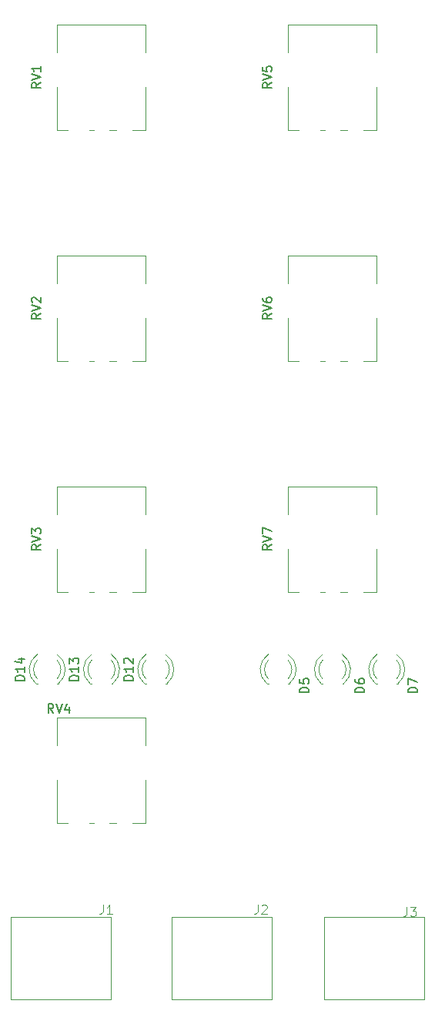
<source format=gbr>
%TF.GenerationSoftware,KiCad,Pcbnew,8.0.7*%
%TF.CreationDate,2025-01-10T16:02:57-05:00*%
%TF.ProjectId,output module,6f757470-7574-4206-9d6f-64756c652e6b,B*%
%TF.SameCoordinates,Original*%
%TF.FileFunction,Legend,Top*%
%TF.FilePolarity,Positive*%
%FSLAX46Y46*%
G04 Gerber Fmt 4.6, Leading zero omitted, Abs format (unit mm)*
G04 Created by KiCad (PCBNEW 8.0.7) date 2025-01-10 16:02:57*
%MOMM*%
%LPD*%
G01*
G04 APERTURE LIST*
%ADD10C,0.150000*%
%ADD11C,0.100000*%
%ADD12C,0.120000*%
G04 APERTURE END LIST*
D10*
X77388819Y-84309238D02*
X76912628Y-84642571D01*
X77388819Y-84880666D02*
X76388819Y-84880666D01*
X76388819Y-84880666D02*
X76388819Y-84499714D01*
X76388819Y-84499714D02*
X76436438Y-84404476D01*
X76436438Y-84404476D02*
X76484057Y-84356857D01*
X76484057Y-84356857D02*
X76579295Y-84309238D01*
X76579295Y-84309238D02*
X76722152Y-84309238D01*
X76722152Y-84309238D02*
X76817390Y-84356857D01*
X76817390Y-84356857D02*
X76865009Y-84404476D01*
X76865009Y-84404476D02*
X76912628Y-84499714D01*
X76912628Y-84499714D02*
X76912628Y-84880666D01*
X76388819Y-84023523D02*
X77388819Y-83690190D01*
X77388819Y-83690190D02*
X76388819Y-83356857D01*
X76484057Y-83071142D02*
X76436438Y-83023523D01*
X76436438Y-83023523D02*
X76388819Y-82928285D01*
X76388819Y-82928285D02*
X76388819Y-82690190D01*
X76388819Y-82690190D02*
X76436438Y-82594952D01*
X76436438Y-82594952D02*
X76484057Y-82547333D01*
X76484057Y-82547333D02*
X76579295Y-82499714D01*
X76579295Y-82499714D02*
X76674533Y-82499714D01*
X76674533Y-82499714D02*
X76817390Y-82547333D01*
X76817390Y-82547333D02*
X77388819Y-83118761D01*
X77388819Y-83118761D02*
X77388819Y-82499714D01*
X102788819Y-84309238D02*
X102312628Y-84642571D01*
X102788819Y-84880666D02*
X101788819Y-84880666D01*
X101788819Y-84880666D02*
X101788819Y-84499714D01*
X101788819Y-84499714D02*
X101836438Y-84404476D01*
X101836438Y-84404476D02*
X101884057Y-84356857D01*
X101884057Y-84356857D02*
X101979295Y-84309238D01*
X101979295Y-84309238D02*
X102122152Y-84309238D01*
X102122152Y-84309238D02*
X102217390Y-84356857D01*
X102217390Y-84356857D02*
X102265009Y-84404476D01*
X102265009Y-84404476D02*
X102312628Y-84499714D01*
X102312628Y-84499714D02*
X102312628Y-84880666D01*
X101788819Y-84023523D02*
X102788819Y-83690190D01*
X102788819Y-83690190D02*
X101788819Y-83356857D01*
X101788819Y-82594952D02*
X101788819Y-82785428D01*
X101788819Y-82785428D02*
X101836438Y-82880666D01*
X101836438Y-82880666D02*
X101884057Y-82928285D01*
X101884057Y-82928285D02*
X102026914Y-83023523D01*
X102026914Y-83023523D02*
X102217390Y-83071142D01*
X102217390Y-83071142D02*
X102598342Y-83071142D01*
X102598342Y-83071142D02*
X102693580Y-83023523D01*
X102693580Y-83023523D02*
X102741200Y-82975904D01*
X102741200Y-82975904D02*
X102788819Y-82880666D01*
X102788819Y-82880666D02*
X102788819Y-82690190D01*
X102788819Y-82690190D02*
X102741200Y-82594952D01*
X102741200Y-82594952D02*
X102693580Y-82547333D01*
X102693580Y-82547333D02*
X102598342Y-82499714D01*
X102598342Y-82499714D02*
X102360247Y-82499714D01*
X102360247Y-82499714D02*
X102265009Y-82547333D01*
X102265009Y-82547333D02*
X102217390Y-82594952D01*
X102217390Y-82594952D02*
X102169771Y-82690190D01*
X102169771Y-82690190D02*
X102169771Y-82880666D01*
X102169771Y-82880666D02*
X102217390Y-82975904D01*
X102217390Y-82975904D02*
X102265009Y-83023523D01*
X102265009Y-83023523D02*
X102360247Y-83071142D01*
X75599819Y-124658285D02*
X74599819Y-124658285D01*
X74599819Y-124658285D02*
X74599819Y-124420190D01*
X74599819Y-124420190D02*
X74647438Y-124277333D01*
X74647438Y-124277333D02*
X74742676Y-124182095D01*
X74742676Y-124182095D02*
X74837914Y-124134476D01*
X74837914Y-124134476D02*
X75028390Y-124086857D01*
X75028390Y-124086857D02*
X75171247Y-124086857D01*
X75171247Y-124086857D02*
X75361723Y-124134476D01*
X75361723Y-124134476D02*
X75456961Y-124182095D01*
X75456961Y-124182095D02*
X75552200Y-124277333D01*
X75552200Y-124277333D02*
X75599819Y-124420190D01*
X75599819Y-124420190D02*
X75599819Y-124658285D01*
X75599819Y-123134476D02*
X75599819Y-123705904D01*
X75599819Y-123420190D02*
X74599819Y-123420190D01*
X74599819Y-123420190D02*
X74742676Y-123515428D01*
X74742676Y-123515428D02*
X74837914Y-123610666D01*
X74837914Y-123610666D02*
X74885533Y-123705904D01*
X74933152Y-122277333D02*
X75599819Y-122277333D01*
X74552200Y-122515428D02*
X75266485Y-122753523D01*
X75266485Y-122753523D02*
X75266485Y-122134476D01*
X77388819Y-58909238D02*
X76912628Y-59242571D01*
X77388819Y-59480666D02*
X76388819Y-59480666D01*
X76388819Y-59480666D02*
X76388819Y-59099714D01*
X76388819Y-59099714D02*
X76436438Y-59004476D01*
X76436438Y-59004476D02*
X76484057Y-58956857D01*
X76484057Y-58956857D02*
X76579295Y-58909238D01*
X76579295Y-58909238D02*
X76722152Y-58909238D01*
X76722152Y-58909238D02*
X76817390Y-58956857D01*
X76817390Y-58956857D02*
X76865009Y-59004476D01*
X76865009Y-59004476D02*
X76912628Y-59099714D01*
X76912628Y-59099714D02*
X76912628Y-59480666D01*
X76388819Y-58623523D02*
X77388819Y-58290190D01*
X77388819Y-58290190D02*
X76388819Y-57956857D01*
X77388819Y-57099714D02*
X77388819Y-57671142D01*
X77388819Y-57385428D02*
X76388819Y-57385428D01*
X76388819Y-57385428D02*
X76531676Y-57480666D01*
X76531676Y-57480666D02*
X76626914Y-57575904D01*
X76626914Y-57575904D02*
X76674533Y-57671142D01*
X81568819Y-124658285D02*
X80568819Y-124658285D01*
X80568819Y-124658285D02*
X80568819Y-124420190D01*
X80568819Y-124420190D02*
X80616438Y-124277333D01*
X80616438Y-124277333D02*
X80711676Y-124182095D01*
X80711676Y-124182095D02*
X80806914Y-124134476D01*
X80806914Y-124134476D02*
X80997390Y-124086857D01*
X80997390Y-124086857D02*
X81140247Y-124086857D01*
X81140247Y-124086857D02*
X81330723Y-124134476D01*
X81330723Y-124134476D02*
X81425961Y-124182095D01*
X81425961Y-124182095D02*
X81521200Y-124277333D01*
X81521200Y-124277333D02*
X81568819Y-124420190D01*
X81568819Y-124420190D02*
X81568819Y-124658285D01*
X81568819Y-123134476D02*
X81568819Y-123705904D01*
X81568819Y-123420190D02*
X80568819Y-123420190D01*
X80568819Y-123420190D02*
X80711676Y-123515428D01*
X80711676Y-123515428D02*
X80806914Y-123610666D01*
X80806914Y-123610666D02*
X80854533Y-123705904D01*
X80568819Y-122801142D02*
X80568819Y-122182095D01*
X80568819Y-122182095D02*
X80949771Y-122515428D01*
X80949771Y-122515428D02*
X80949771Y-122372571D01*
X80949771Y-122372571D02*
X80997390Y-122277333D01*
X80997390Y-122277333D02*
X81045009Y-122229714D01*
X81045009Y-122229714D02*
X81140247Y-122182095D01*
X81140247Y-122182095D02*
X81378342Y-122182095D01*
X81378342Y-122182095D02*
X81473580Y-122229714D01*
X81473580Y-122229714D02*
X81521200Y-122277333D01*
X81521200Y-122277333D02*
X81568819Y-122372571D01*
X81568819Y-122372571D02*
X81568819Y-122658285D01*
X81568819Y-122658285D02*
X81521200Y-122753523D01*
X81521200Y-122753523D02*
X81473580Y-122801142D01*
D11*
X101266666Y-149317419D02*
X101266666Y-150031704D01*
X101266666Y-150031704D02*
X101219047Y-150174561D01*
X101219047Y-150174561D02*
X101123809Y-150269800D01*
X101123809Y-150269800D02*
X100980952Y-150317419D01*
X100980952Y-150317419D02*
X100885714Y-150317419D01*
X101695238Y-149412657D02*
X101742857Y-149365038D01*
X101742857Y-149365038D02*
X101838095Y-149317419D01*
X101838095Y-149317419D02*
X102076190Y-149317419D01*
X102076190Y-149317419D02*
X102171428Y-149365038D01*
X102171428Y-149365038D02*
X102219047Y-149412657D01*
X102219047Y-149412657D02*
X102266666Y-149507895D01*
X102266666Y-149507895D02*
X102266666Y-149603133D01*
X102266666Y-149603133D02*
X102219047Y-149745990D01*
X102219047Y-149745990D02*
X101647619Y-150317419D01*
X101647619Y-150317419D02*
X102266666Y-150317419D01*
D10*
X102788819Y-109709238D02*
X102312628Y-110042571D01*
X102788819Y-110280666D02*
X101788819Y-110280666D01*
X101788819Y-110280666D02*
X101788819Y-109899714D01*
X101788819Y-109899714D02*
X101836438Y-109804476D01*
X101836438Y-109804476D02*
X101884057Y-109756857D01*
X101884057Y-109756857D02*
X101979295Y-109709238D01*
X101979295Y-109709238D02*
X102122152Y-109709238D01*
X102122152Y-109709238D02*
X102217390Y-109756857D01*
X102217390Y-109756857D02*
X102265009Y-109804476D01*
X102265009Y-109804476D02*
X102312628Y-109899714D01*
X102312628Y-109899714D02*
X102312628Y-110280666D01*
X101788819Y-109423523D02*
X102788819Y-109090190D01*
X102788819Y-109090190D02*
X101788819Y-108756857D01*
X101788819Y-108518761D02*
X101788819Y-107852095D01*
X101788819Y-107852095D02*
X102788819Y-108280666D01*
D11*
X117649666Y-149571419D02*
X117649666Y-150285704D01*
X117649666Y-150285704D02*
X117602047Y-150428561D01*
X117602047Y-150428561D02*
X117506809Y-150523800D01*
X117506809Y-150523800D02*
X117363952Y-150571419D01*
X117363952Y-150571419D02*
X117268714Y-150571419D01*
X118030619Y-149571419D02*
X118649666Y-149571419D01*
X118649666Y-149571419D02*
X118316333Y-149952371D01*
X118316333Y-149952371D02*
X118459190Y-149952371D01*
X118459190Y-149952371D02*
X118554428Y-149999990D01*
X118554428Y-149999990D02*
X118602047Y-150047609D01*
X118602047Y-150047609D02*
X118649666Y-150142847D01*
X118649666Y-150142847D02*
X118649666Y-150380942D01*
X118649666Y-150380942D02*
X118602047Y-150476180D01*
X118602047Y-150476180D02*
X118554428Y-150523800D01*
X118554428Y-150523800D02*
X118459190Y-150571419D01*
X118459190Y-150571419D02*
X118173476Y-150571419D01*
X118173476Y-150571419D02*
X118078238Y-150523800D01*
X118078238Y-150523800D02*
X118030619Y-150476180D01*
D10*
X77388819Y-109709238D02*
X76912628Y-110042571D01*
X77388819Y-110280666D02*
X76388819Y-110280666D01*
X76388819Y-110280666D02*
X76388819Y-109899714D01*
X76388819Y-109899714D02*
X76436438Y-109804476D01*
X76436438Y-109804476D02*
X76484057Y-109756857D01*
X76484057Y-109756857D02*
X76579295Y-109709238D01*
X76579295Y-109709238D02*
X76722152Y-109709238D01*
X76722152Y-109709238D02*
X76817390Y-109756857D01*
X76817390Y-109756857D02*
X76865009Y-109804476D01*
X76865009Y-109804476D02*
X76912628Y-109899714D01*
X76912628Y-109899714D02*
X76912628Y-110280666D01*
X76388819Y-109423523D02*
X77388819Y-109090190D01*
X77388819Y-109090190D02*
X76388819Y-108756857D01*
X76388819Y-108518761D02*
X76388819Y-107899714D01*
X76388819Y-107899714D02*
X76769771Y-108233047D01*
X76769771Y-108233047D02*
X76769771Y-108090190D01*
X76769771Y-108090190D02*
X76817390Y-107994952D01*
X76817390Y-107994952D02*
X76865009Y-107947333D01*
X76865009Y-107947333D02*
X76960247Y-107899714D01*
X76960247Y-107899714D02*
X77198342Y-107899714D01*
X77198342Y-107899714D02*
X77293580Y-107947333D01*
X77293580Y-107947333D02*
X77341200Y-107994952D01*
X77341200Y-107994952D02*
X77388819Y-108090190D01*
X77388819Y-108090190D02*
X77388819Y-108375904D01*
X77388819Y-108375904D02*
X77341200Y-108471142D01*
X77341200Y-108471142D02*
X77293580Y-108518761D01*
X78779761Y-128216819D02*
X78446428Y-127740628D01*
X78208333Y-128216819D02*
X78208333Y-127216819D01*
X78208333Y-127216819D02*
X78589285Y-127216819D01*
X78589285Y-127216819D02*
X78684523Y-127264438D01*
X78684523Y-127264438D02*
X78732142Y-127312057D01*
X78732142Y-127312057D02*
X78779761Y-127407295D01*
X78779761Y-127407295D02*
X78779761Y-127550152D01*
X78779761Y-127550152D02*
X78732142Y-127645390D01*
X78732142Y-127645390D02*
X78684523Y-127693009D01*
X78684523Y-127693009D02*
X78589285Y-127740628D01*
X78589285Y-127740628D02*
X78208333Y-127740628D01*
X79065476Y-127216819D02*
X79398809Y-128216819D01*
X79398809Y-128216819D02*
X79732142Y-127216819D01*
X80494047Y-127550152D02*
X80494047Y-128216819D01*
X80255952Y-127169200D02*
X80017857Y-127883485D01*
X80017857Y-127883485D02*
X80636904Y-127883485D01*
D11*
X84248666Y-149317419D02*
X84248666Y-150031704D01*
X84248666Y-150031704D02*
X84201047Y-150174561D01*
X84201047Y-150174561D02*
X84105809Y-150269800D01*
X84105809Y-150269800D02*
X83962952Y-150317419D01*
X83962952Y-150317419D02*
X83867714Y-150317419D01*
X85248666Y-150317419D02*
X84677238Y-150317419D01*
X84962952Y-150317419D02*
X84962952Y-149317419D01*
X84962952Y-149317419D02*
X84867714Y-149460276D01*
X84867714Y-149460276D02*
X84772476Y-149555514D01*
X84772476Y-149555514D02*
X84677238Y-149603133D01*
D10*
X106880819Y-125960094D02*
X105880819Y-125960094D01*
X105880819Y-125960094D02*
X105880819Y-125721999D01*
X105880819Y-125721999D02*
X105928438Y-125579142D01*
X105928438Y-125579142D02*
X106023676Y-125483904D01*
X106023676Y-125483904D02*
X106118914Y-125436285D01*
X106118914Y-125436285D02*
X106309390Y-125388666D01*
X106309390Y-125388666D02*
X106452247Y-125388666D01*
X106452247Y-125388666D02*
X106642723Y-125436285D01*
X106642723Y-125436285D02*
X106737961Y-125483904D01*
X106737961Y-125483904D02*
X106833200Y-125579142D01*
X106833200Y-125579142D02*
X106880819Y-125721999D01*
X106880819Y-125721999D02*
X106880819Y-125960094D01*
X105880819Y-124483904D02*
X105880819Y-124960094D01*
X105880819Y-124960094D02*
X106357009Y-125007713D01*
X106357009Y-125007713D02*
X106309390Y-124960094D01*
X106309390Y-124960094D02*
X106261771Y-124864856D01*
X106261771Y-124864856D02*
X106261771Y-124626761D01*
X106261771Y-124626761D02*
X106309390Y-124531523D01*
X106309390Y-124531523D02*
X106357009Y-124483904D01*
X106357009Y-124483904D02*
X106452247Y-124436285D01*
X106452247Y-124436285D02*
X106690342Y-124436285D01*
X106690342Y-124436285D02*
X106785580Y-124483904D01*
X106785580Y-124483904D02*
X106833200Y-124531523D01*
X106833200Y-124531523D02*
X106880819Y-124626761D01*
X106880819Y-124626761D02*
X106880819Y-124864856D01*
X106880819Y-124864856D02*
X106833200Y-124960094D01*
X106833200Y-124960094D02*
X106785580Y-125007713D01*
X87537819Y-124658285D02*
X86537819Y-124658285D01*
X86537819Y-124658285D02*
X86537819Y-124420190D01*
X86537819Y-124420190D02*
X86585438Y-124277333D01*
X86585438Y-124277333D02*
X86680676Y-124182095D01*
X86680676Y-124182095D02*
X86775914Y-124134476D01*
X86775914Y-124134476D02*
X86966390Y-124086857D01*
X86966390Y-124086857D02*
X87109247Y-124086857D01*
X87109247Y-124086857D02*
X87299723Y-124134476D01*
X87299723Y-124134476D02*
X87394961Y-124182095D01*
X87394961Y-124182095D02*
X87490200Y-124277333D01*
X87490200Y-124277333D02*
X87537819Y-124420190D01*
X87537819Y-124420190D02*
X87537819Y-124658285D01*
X87537819Y-123134476D02*
X87537819Y-123705904D01*
X87537819Y-123420190D02*
X86537819Y-123420190D01*
X86537819Y-123420190D02*
X86680676Y-123515428D01*
X86680676Y-123515428D02*
X86775914Y-123610666D01*
X86775914Y-123610666D02*
X86823533Y-123705904D01*
X86633057Y-122753523D02*
X86585438Y-122705904D01*
X86585438Y-122705904D02*
X86537819Y-122610666D01*
X86537819Y-122610666D02*
X86537819Y-122372571D01*
X86537819Y-122372571D02*
X86585438Y-122277333D01*
X86585438Y-122277333D02*
X86633057Y-122229714D01*
X86633057Y-122229714D02*
X86728295Y-122182095D01*
X86728295Y-122182095D02*
X86823533Y-122182095D01*
X86823533Y-122182095D02*
X86966390Y-122229714D01*
X86966390Y-122229714D02*
X87537819Y-122801142D01*
X87537819Y-122801142D02*
X87537819Y-122182095D01*
X118818819Y-125960094D02*
X117818819Y-125960094D01*
X117818819Y-125960094D02*
X117818819Y-125721999D01*
X117818819Y-125721999D02*
X117866438Y-125579142D01*
X117866438Y-125579142D02*
X117961676Y-125483904D01*
X117961676Y-125483904D02*
X118056914Y-125436285D01*
X118056914Y-125436285D02*
X118247390Y-125388666D01*
X118247390Y-125388666D02*
X118390247Y-125388666D01*
X118390247Y-125388666D02*
X118580723Y-125436285D01*
X118580723Y-125436285D02*
X118675961Y-125483904D01*
X118675961Y-125483904D02*
X118771200Y-125579142D01*
X118771200Y-125579142D02*
X118818819Y-125721999D01*
X118818819Y-125721999D02*
X118818819Y-125960094D01*
X117818819Y-125055332D02*
X117818819Y-124388666D01*
X117818819Y-124388666D02*
X118818819Y-124817237D01*
X112976819Y-125960094D02*
X111976819Y-125960094D01*
X111976819Y-125960094D02*
X111976819Y-125721999D01*
X111976819Y-125721999D02*
X112024438Y-125579142D01*
X112024438Y-125579142D02*
X112119676Y-125483904D01*
X112119676Y-125483904D02*
X112214914Y-125436285D01*
X112214914Y-125436285D02*
X112405390Y-125388666D01*
X112405390Y-125388666D02*
X112548247Y-125388666D01*
X112548247Y-125388666D02*
X112738723Y-125436285D01*
X112738723Y-125436285D02*
X112833961Y-125483904D01*
X112833961Y-125483904D02*
X112929200Y-125579142D01*
X112929200Y-125579142D02*
X112976819Y-125721999D01*
X112976819Y-125721999D02*
X112976819Y-125960094D01*
X111976819Y-124531523D02*
X111976819Y-124721999D01*
X111976819Y-124721999D02*
X112024438Y-124817237D01*
X112024438Y-124817237D02*
X112072057Y-124864856D01*
X112072057Y-124864856D02*
X112214914Y-124960094D01*
X112214914Y-124960094D02*
X112405390Y-125007713D01*
X112405390Y-125007713D02*
X112786342Y-125007713D01*
X112786342Y-125007713D02*
X112881580Y-124960094D01*
X112881580Y-124960094D02*
X112929200Y-124912475D01*
X112929200Y-124912475D02*
X112976819Y-124817237D01*
X112976819Y-124817237D02*
X112976819Y-124626761D01*
X112976819Y-124626761D02*
X112929200Y-124531523D01*
X112929200Y-124531523D02*
X112881580Y-124483904D01*
X112881580Y-124483904D02*
X112786342Y-124436285D01*
X112786342Y-124436285D02*
X112548247Y-124436285D01*
X112548247Y-124436285D02*
X112453009Y-124483904D01*
X112453009Y-124483904D02*
X112405390Y-124531523D01*
X112405390Y-124531523D02*
X112357771Y-124626761D01*
X112357771Y-124626761D02*
X112357771Y-124817237D01*
X112357771Y-124817237D02*
X112405390Y-124912475D01*
X112405390Y-124912475D02*
X112453009Y-124960094D01*
X112453009Y-124960094D02*
X112548247Y-125007713D01*
X102788819Y-58909238D02*
X102312628Y-59242571D01*
X102788819Y-59480666D02*
X101788819Y-59480666D01*
X101788819Y-59480666D02*
X101788819Y-59099714D01*
X101788819Y-59099714D02*
X101836438Y-59004476D01*
X101836438Y-59004476D02*
X101884057Y-58956857D01*
X101884057Y-58956857D02*
X101979295Y-58909238D01*
X101979295Y-58909238D02*
X102122152Y-58909238D01*
X102122152Y-58909238D02*
X102217390Y-58956857D01*
X102217390Y-58956857D02*
X102265009Y-59004476D01*
X102265009Y-59004476D02*
X102312628Y-59099714D01*
X102312628Y-59099714D02*
X102312628Y-59480666D01*
X101788819Y-58623523D02*
X102788819Y-58290190D01*
X102788819Y-58290190D02*
X101788819Y-57956857D01*
X101788819Y-57147333D02*
X101788819Y-57623523D01*
X101788819Y-57623523D02*
X102265009Y-57671142D01*
X102265009Y-57671142D02*
X102217390Y-57623523D01*
X102217390Y-57623523D02*
X102169771Y-57528285D01*
X102169771Y-57528285D02*
X102169771Y-57290190D01*
X102169771Y-57290190D02*
X102217390Y-57194952D01*
X102217390Y-57194952D02*
X102265009Y-57147333D01*
X102265009Y-57147333D02*
X102360247Y-57099714D01*
X102360247Y-57099714D02*
X102598342Y-57099714D01*
X102598342Y-57099714D02*
X102693580Y-57147333D01*
X102693580Y-57147333D02*
X102741200Y-57194952D01*
X102741200Y-57194952D02*
X102788819Y-57290190D01*
X102788819Y-57290190D02*
X102788819Y-57528285D01*
X102788819Y-57528285D02*
X102741200Y-57623523D01*
X102741200Y-57623523D02*
X102693580Y-57671142D01*
D12*
%TO.C,RV2*%
X79194000Y-89544000D02*
X79194000Y-84824000D01*
X79204000Y-81014000D02*
X79204000Y-77954000D01*
X80384000Y-89544000D02*
X79204000Y-89544000D01*
X83284000Y-89544000D02*
X82754000Y-89544000D01*
X85734000Y-89544000D02*
X84904000Y-89544000D01*
X88944000Y-77954000D02*
X79204000Y-77954000D01*
X88944000Y-81014000D02*
X88944000Y-77954000D01*
X88944000Y-89544000D02*
X87454000Y-89544000D01*
X88944000Y-89544000D02*
X88944000Y-84824000D01*
%TO.C,RV6*%
X104594000Y-89544000D02*
X104594000Y-84824000D01*
X104604000Y-81014000D02*
X104604000Y-77954000D01*
X105784000Y-89544000D02*
X104604000Y-89544000D01*
X108684000Y-89544000D02*
X108154000Y-89544000D01*
X111134000Y-89544000D02*
X110304000Y-89544000D01*
X114344000Y-77954000D02*
X104604000Y-77954000D01*
X114344000Y-81014000D02*
X114344000Y-77954000D01*
X114344000Y-89544000D02*
X112854000Y-89544000D01*
X114344000Y-89544000D02*
X114344000Y-84824000D01*
%TO.C,D14*%
X76869000Y-125004000D02*
X77025000Y-125004000D01*
X79185000Y-125004000D02*
X79341000Y-125004000D01*
X76869484Y-125004000D02*
G75*
G02*
X77026392Y-121771665I1235516J1560000D01*
G01*
X77025000Y-124484961D02*
G75*
G02*
X77025163Y-122402870I1080000J1040961D01*
G01*
X79183608Y-121771665D02*
G75*
G02*
X79340516Y-125004000I-1078608J-1672335D01*
G01*
X79184837Y-122402870D02*
G75*
G02*
X79185000Y-124484961I-1079837J-1041130D01*
G01*
%TO.C,RV1*%
X79194000Y-64144000D02*
X79194000Y-59424000D01*
X79204000Y-55614000D02*
X79204000Y-52554000D01*
X80384000Y-64144000D02*
X79204000Y-64144000D01*
X83284000Y-64144000D02*
X82754000Y-64144000D01*
X85734000Y-64144000D02*
X84904000Y-64144000D01*
X88944000Y-52554000D02*
X79204000Y-52554000D01*
X88944000Y-55614000D02*
X88944000Y-52554000D01*
X88944000Y-64144000D02*
X87454000Y-64144000D01*
X88944000Y-64144000D02*
X88944000Y-59424000D01*
%TO.C,D13*%
X82838000Y-125004000D02*
X82994000Y-125004000D01*
X85154000Y-125004000D02*
X85310000Y-125004000D01*
X82838484Y-125004000D02*
G75*
G02*
X82995392Y-121771665I1235516J1560000D01*
G01*
X82994000Y-124484961D02*
G75*
G02*
X82994163Y-122402870I1080000J1040961D01*
G01*
X85152608Y-121771665D02*
G75*
G02*
X85309516Y-125004000I-1078608J-1672335D01*
G01*
X85153837Y-122402870D02*
G75*
G02*
X85154000Y-124484961I-1079837J-1041130D01*
G01*
%TO.C,J2*%
D11*
X102774000Y-150694000D02*
X91774000Y-150694000D01*
X91774000Y-159694000D01*
X102774000Y-159694000D01*
X102774000Y-150694000D01*
D12*
%TO.C,RV7*%
X104594000Y-114944000D02*
X104594000Y-110224000D01*
X104604000Y-106414000D02*
X104604000Y-103354000D01*
X105784000Y-114944000D02*
X104604000Y-114944000D01*
X108684000Y-114944000D02*
X108154000Y-114944000D01*
X111134000Y-114944000D02*
X110304000Y-114944000D01*
X114344000Y-103354000D02*
X104604000Y-103354000D01*
X114344000Y-106414000D02*
X114344000Y-103354000D01*
X114344000Y-114944000D02*
X112854000Y-114944000D01*
X114344000Y-114944000D02*
X114344000Y-110224000D01*
%TO.C,J3*%
D11*
X119571000Y-150694000D02*
X108571000Y-150694000D01*
X108571000Y-159694000D01*
X119571000Y-159694000D01*
X119571000Y-150694000D01*
D12*
%TO.C,RV3*%
X79194000Y-114944000D02*
X79194000Y-110224000D01*
X79204000Y-106414000D02*
X79204000Y-103354000D01*
X80384000Y-114944000D02*
X79204000Y-114944000D01*
X83284000Y-114944000D02*
X82754000Y-114944000D01*
X85734000Y-114944000D02*
X84904000Y-114944000D01*
X88944000Y-103354000D02*
X79204000Y-103354000D01*
X88944000Y-106414000D02*
X88944000Y-103354000D01*
X88944000Y-114944000D02*
X87454000Y-114944000D01*
X88944000Y-114944000D02*
X88944000Y-110224000D01*
%TO.C,RV4*%
X79204000Y-131814000D02*
X79204000Y-128754000D01*
X79204000Y-140344000D02*
X79204000Y-135624000D01*
X80384000Y-140344000D02*
X79204000Y-140344000D01*
X83284000Y-140344000D02*
X82754000Y-140344000D01*
X85734000Y-140344000D02*
X84904000Y-140344000D01*
X88944000Y-128754000D02*
X79204000Y-128754000D01*
X88944000Y-131814000D02*
X88944000Y-128754000D01*
X88944000Y-140344000D02*
X87454000Y-140344000D01*
X88944000Y-140344000D02*
X88944000Y-135624000D01*
%TO.C,J1*%
D11*
X74104000Y-159694000D02*
X85104000Y-159694000D01*
X85104000Y-150694000D01*
X74104000Y-150694000D01*
X74104000Y-159694000D01*
D12*
%TO.C,D5*%
X102269000Y-125004000D02*
X102425000Y-125004000D01*
X104585000Y-125004000D02*
X104741000Y-125004000D01*
X102269484Y-125004000D02*
G75*
G02*
X102426392Y-121771665I1235516J1560000D01*
G01*
X102425000Y-124484961D02*
G75*
G02*
X102425163Y-122402870I1080000J1040961D01*
G01*
X104583608Y-121771665D02*
G75*
G02*
X104740516Y-125004000I-1078608J-1672335D01*
G01*
X104584837Y-122402870D02*
G75*
G02*
X104585000Y-124484961I-1079837J-1041130D01*
G01*
%TO.C,D12*%
X88807000Y-125004000D02*
X88963000Y-125004000D01*
X91123000Y-125004000D02*
X91279000Y-125004000D01*
X88807484Y-125004000D02*
G75*
G02*
X88964392Y-121771665I1235516J1560000D01*
G01*
X88963000Y-124484961D02*
G75*
G02*
X88963163Y-122402870I1080000J1040961D01*
G01*
X91121608Y-121771665D02*
G75*
G02*
X91278516Y-125004000I-1078608J-1672335D01*
G01*
X91122837Y-122402870D02*
G75*
G02*
X91123000Y-124484961I-1079837J-1041130D01*
G01*
%TO.C,D7*%
X114207000Y-125004000D02*
X114363000Y-125004000D01*
X116523000Y-125004000D02*
X116679000Y-125004000D01*
X114207484Y-125004000D02*
G75*
G02*
X114364392Y-121771665I1235516J1560000D01*
G01*
X114363000Y-124484961D02*
G75*
G02*
X114363163Y-122402870I1080000J1040961D01*
G01*
X116521608Y-121771665D02*
G75*
G02*
X116678516Y-125004000I-1078608J-1672335D01*
G01*
X116522837Y-122402870D02*
G75*
G02*
X116523000Y-124484961I-1079837J-1041130D01*
G01*
%TO.C,D6*%
X108238000Y-125004000D02*
X108394000Y-125004000D01*
X110554000Y-125004000D02*
X110710000Y-125004000D01*
X108238484Y-125004000D02*
G75*
G02*
X108395392Y-121771665I1235516J1560000D01*
G01*
X108394000Y-124484961D02*
G75*
G02*
X108394163Y-122402870I1080000J1040961D01*
G01*
X110552608Y-121771665D02*
G75*
G02*
X110709516Y-125004000I-1078608J-1672335D01*
G01*
X110553837Y-122402870D02*
G75*
G02*
X110554000Y-124484961I-1079837J-1041130D01*
G01*
%TO.C,RV5*%
X104594000Y-64144000D02*
X104594000Y-59424000D01*
X104604000Y-55614000D02*
X104604000Y-52554000D01*
X105784000Y-64144000D02*
X104604000Y-64144000D01*
X108684000Y-64144000D02*
X108154000Y-64144000D01*
X111134000Y-64144000D02*
X110304000Y-64144000D01*
X114344000Y-52554000D02*
X104604000Y-52554000D01*
X114344000Y-55614000D02*
X114344000Y-52554000D01*
X114344000Y-64144000D02*
X112854000Y-64144000D01*
X114344000Y-64144000D02*
X114344000Y-59424000D01*
%TD*%
M02*

</source>
